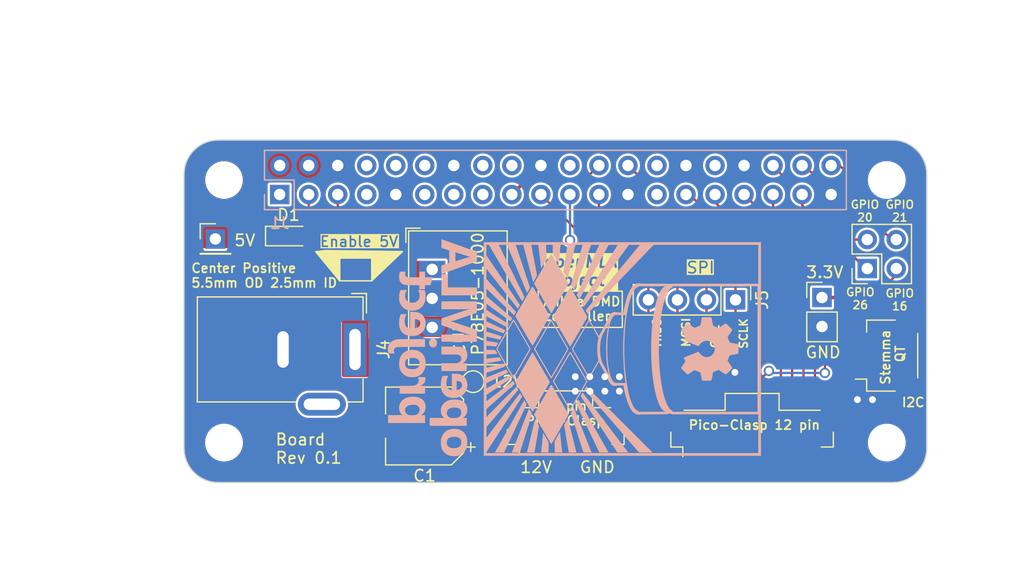
<source format=kicad_pcb>
(kicad_pcb (version 20221018) (generator pcbnew)
  (title_block (date "15 nov 2012"))
  (layers (0 "F.Cu" signal) (31 "B.Cu" signal) (34 "B.Paste" user) (35 "F.Paste" user) (36 "B.SilkS" user "B.Silkscreen") (37 "F.SilkS" user "F.Silkscreen") (38 "B.Mask" user) (39 "F.Mask" user) (44 "Edge.Cuts" user))
  (net 0 "")
  (net 1 "GND")
  (net 2 "SDA")
  (net 3 "SCL")
  (net 4 "/GPIO4{slash}GPCLK0")
  (net 5 "/GPIO14{slash}TXD0")
  (net 6 "/GPIO15{slash}RXD0")
  (net 7 "/GPIO17")
  (net 8 "/GPIO18{slash}PCM.CLK")
  (net 9 "/GPIO27")
  (net 10 "/GPIO22")
  (net 11 "/GPIO23")
  (net 12 "/GPIO26")
  (net 13 "/GPIO24")
  (net 14 "MOSI")
  (net 15 "MISO")
  (net 16 "CSZ")
  (net 17 "SCLK")
  (net 18 "/GPIO25")
  (net 19 "/ID_SDA")
  (net 20 "/ID_SCL")
  (net 21 "/GPIO12{slash}PWM0")
  (net 22 "/GPIO16")
  (net 23 "/GPIO20{slash}PCM.DIN")
  (net 24 "/GPIO21{slash}PCM.DOUT")
  (net 25 "+5V")
  (net 26 "+3V3")
  (net 27 "HOST_IRQ")
  (net 28 "PRINT")
  (net 29 "SYS_RDY")
  (net 30 "PROJ_ON")
  (net 31 "SPI_RDY")
  (net 32 "/5V_raw")
  (net 33 "+12V")
  (net 34 "Net-(JP2-B)")
  (footprint "TestPoint:TestPoint_Pad_D1.5mm" (layer "F.Cu") (at 125.2984 91.1608)
    (fp_text reference "TP1" hide)
    (fp_text value "TestPoint")
    (pad "1" smd circle (at 0 0) (size 1.5 1.5) (layers "F.Cu" "F.Mask") (net 33 "+12V"))
  )
  (footprint "MountingHole:MountingHole_2.7mm_M2.5" (layer "F.Cu") (at 161.5 73.5)
    (fp_text reference "MH2" hide)
    (fp_text value "MountingHole_2.7mm_M2.5" hide)
    (pad "" np_thru_hole circle locked (at 0 0) (size 2.7 2.7) (drill 2.7) (layers "F&B.Cu" "*.Mask") (clearance 0.3))
  )
  (footprint "Connector_PinHeader_2.54mm:PinHeader_1x02_P2.54mm_Vertical" (layer "F.Cu") (at 155.8292 83.7948)
    (fp_text reference "J7" hide)
    (fp_text value "Conn_01x02_Pin")
    (pad "1" thru_hole rect (at 0 0) (size 1.7 1.7) (drill 1) (layers "*.Cu" "*.Mask") (net 26 "+3V3"))
    (pad "2" thru_hole oval (at 0 2.54) (size 1.7 1.7) (drill 1) (layers "*.Cu" "*.Mask") (net 1 "GND"))
  )
  (footprint "Connector_JST:JST_SH_SM04B-SRSS-TB_1x04-1MP_P1.00mm_Horizontal" (layer "F.Cu") (at 161.5234 88.8808 90)
    (fp_text reference "J8" hide)
    (fp_text value "Conn_01x04_Pin")
    (pad "1" smd roundrect (at -1.5 -2 90) (size 0.6 1.55) (layers "F.Cu" "F.Paste" "F.Mask") (net 1 "GND"))
    (pad "2" smd roundrect (at -0.5 -2 90) (size 0.6 1.55) (layers "F.Cu" "F.Paste" "F.Mask") (net 26 "+3V3"))
    (pad "3" smd roundrect (at 0.5 -2 90) (size 0.6 1.55) (layers "F.Cu" "F.Paste" "F.Mask") (net 2 "SDA"))
    (pad "4" smd roundrect (at 1.5 -2 90) (size 0.6 1.55) (layers "F.Cu" "F.Paste" "F.Mask") (net 3 "SCL"))
    (pad "MP" smd roundrect (at -2.8 1.875 90) (size 1.2 1.8) (layers "F.Cu" "F.Paste" "F.Mask") (roundrect_rratio 0.208333))
    (pad "MP" smd roundrect (at 2.8 1.875 90) (size 1.2 1.8) (layers "F.Cu" "F.Paste" "F.Mask") (roundrect_rratio 0.208333))
  )
  (footprint "Connector_PinHeader_2.54mm:PinHeader_1x01_P2.54mm_Vertical" (layer "F.Cu") (at 102.7432 78.664)
    (fp_text reference "J9" hide)
    (fp_text value "Conn_01x01_Pin")
    (pad "1" thru_hole rect (at 0 0) (size 1.7 1.7) (drill 1) (layers "*.Cu" "*.Mask") (net 25 "+5V"))
  )
  (footprint "Connector_Molex:Molex_Pico-Clasp_501331-1207_1x12-1MP_P1.00mm_Vertical" (layer "F.Cu") (at 149.712 95.627)
    (fp_text reference "J2" hide)
    (fp_text value "Conn_01x12_Pin")
    (pad "1" smd roundrect (at -5.5 1.325) (size 0.6 1.55) (layers "F.Cu" "F.Paste" "F.Mask") (net 15 "MISO"))
    (pad "2" smd roundrect (at -4.5 1.325) (size 0.6 1.55) (layers "F.Cu" "F.Paste" "F.Mask") (net 14 "MOSI"))
    (pad "3" smd roundrect (at -3.5 1.325) (size 0.6 1.55) (layers "F.Cu" "F.Paste" "F.Mask") (net 16 "CSZ"))
    (pad "4" smd roundrect (at -2.5 1.325) (size 0.6 1.55) (layers "F.Cu" "F.Paste" "F.Mask") (net 17 "SCLK"))
    (pad "5" smd roundrect (at -1.5 1.325) (size 0.6 1.55) (layers "F.Cu" "F.Paste" "F.Mask") (net 1 "GND"))
    (pad "6" smd roundrect (at -0.5 1.325) (size 0.6 1.55) (layers "F.Cu" "F.Paste" "F.Mask") (net 31 "SPI_RDY"))
    (pad "7" smd roundrect (at 0.5 1.325) (size 0.6 1.55) (layers "F.Cu" "F.Paste" "F.Mask") (net 3 "SCL"))
    (pad "8" smd roundrect (at 1.5 1.325) (size 0.6 1.55) (layers "F.Cu" "F.Paste" "F.Mask") (net 2 "SDA"))
    (pad "9" smd roundrect (at 2.5 1.325) (size 0.6 1.55) (layers "F.Cu" "F.Paste" "F.Mask") (net 30 "PROJ_ON"))
    (pad "10" smd roundrect (at 3.5 1.325) (size 0.6 1.55) (layers "F.Cu" "F.Paste" "F.Mask") (net 29 "SYS_RDY"))
    (pad "11" smd roundrect (at 4.5 1.325) (size 0.6 1.55) (layers "F.Cu" "F.Paste" "F.Mask") (net 28 "PRINT"))
    (pad "12" smd roundrect (at 5.5 1.325) (size 0.6 1.55) (layers "F.Cu" "F.Paste" "F.Mask") (net 27 "HOST_IRQ"))
    (pad "MP" smd roundrect (at -6.8 -1.2) (size 1.2 1.8) (layers "F.Cu" "F.Paste" "F.Mask") (roundrect_rratio 0.208333))
    (pad "MP" smd roundrect (at 6.8 -1.2) (size 1.2 1.8) (layers "F.Cu" "F.Paste" "F.Mask") (roundrect_rratio 0.208333))
  )
  (footprint "Converter_DCDC:Converter_DCDC_RECOM_R-78E-0.5_THT" (layer "F.Cu") (at 121.717 81.331 -90)
    (fp_text reference "U2" hide)
    (fp_text value "CUI P78E05-1000")
    (pad "1" thru_hole rect (at 0 0 270) (size 1.5 2.3) (drill 1) (layers "*.Cu" "*.Mask") (net 34 "Net-(JP2-B)"))
    (pad "2" thru_hole oval (at 2.54 0 270) (size 1.5 2.3) (drill 1) (layers "*.Cu" "*.Mask") (net 1 "GND"))
    (pad "3" thru_hole oval (at 5.08 0 270) (size 1.5 2.3) (drill 1) (layers "*.Cu" "*.Mask") (net 32 "/5V_raw"))
  )
  (footprint "MountingHole:MountingHole_2.7mm_M2.5" (layer "F.Cu") (at 103.5 96.5)
    (fp_text reference "MH3" hide)
    (fp_text value "MountingHole_2.7mm_M2.5" hide)
    (pad "" np_thru_hole circle locked (at 0 0) (size 2.7 2.7) (drill 2.7) (layers "F&B.Cu" "*.Mask") (clearance 0.3))
  )
  (footprint "MountingHole:MountingHole_2.7mm_M2.5" (layer "F.Cu") (at 103.5 73.5)
    (fp_text reference "MH1" hide)
    (fp_text value "MountingHole_2.7mm_M2.5" hide)
    (pad "" np_thru_hole circle locked (at 0 0) (size 2.7 2.7) (drill 2.7) (layers "F&B.Cu" "*.Mask") (clearance 0.3))
  )
  (footprint "Diode_SMD:D_SOD-323_HandSoldering" (layer "F.Cu") (at 109.144 78.41)
    (fp_text reference "D1" (at 0 -1.85) (layer "F.SilkS"))
    (fp_text value "D_Schottky")
    (pad "1" smd roundrect (at -1.25 0) (size 1 1) (layers "F.Cu" "F.Paste" "F.Mask") (net 25 "+5V"))
    (pad "2" smd roundrect (at 1.25 0) (size 1 1) (layers "F.Cu" "F.Paste" "F.Mask") (net 32 "/5V_raw"))
  )
  (footprint "Connector_BarrelJack:BarrelJack_GCT_DCJ200-10-A_Horizontal" (layer "F.Cu") (at 114.965 88.342 -90)
    (fp_text reference "J4" (at 0 -2.5 90) (layer "F.SilkS"))
    (fp_text value "Barrel_Jack")
    (pad "1" thru_hole rect (at 0 0 270) (size 4.6 2) (drill oval 3.6 1) (layers "*.Cu" "*.Mask") (net 33 "+12V"))
    (pad "2" thru_hole oval (at 0 6.3 270) (size 4.2 2) (drill oval 3.2 1) (layers "*.Cu" "*.Mask") (net 1 "GND"))
    (pad "3" thru_hole oval (at 4.8 2.9 270) (size 2 4.2) (drill oval 1 3.2) (layers "*.Cu" "*.Mask"))
  )
  (footprint "Jumper:SolderJumper-2_P1.3mm_Open_TrianglePad1.0x1.5mm" (layer "F.Cu") (at 115.023 81.331)
    (fp_text reference "JP2" hide)
    (fp_text value "SolderJumper_2_Bridged")
    (pad "1" smd custom (at -0.725 0) (size 0.3 0.3) (layers "F.Cu" "F.Mask") (net 33 "+12V") (options (clearance outline) (anchor rect)) (primitives (gr_poly (pts (xy 1 0) (xy 0.5 0.75) (xy -0.5 0.75) (xy -0.5 -0.75) (xy 0.5 -0.75)) (width 0) (fill yes))))
    (pad "2" smd custom (at 0.725 0) (size 0.3 0.3) (layers "F.Cu" "F.Mask") (net 34 "Net-(JP2-B)") (options (clearance outline) (anchor rect)) (primitives (gr_poly (pts (xy 0.5 0.75) (xy -0.65 0.75) (xy -0.15 0) (xy -0.65 -0.75) (xy 0.5 -0.75)) (width 0) (fill yes))))
  )
  (footprint "MountingHole:MountingHole_2.7mm_M2.5" (layer "F.Cu") (at 161.5 96.5)
    (fp_text reference "MH4" hide)
    (fp_text value "MountingHole_2.7mm_M2.5" hide)
    (pad "" np_thru_hole circle locked (at 0 0) (size 2.7 2.7) (drill 2.7) (layers "F&B.Cu" "*.Mask") (clearance 0.3))
  )
  (footprint "Connector_PinHeader_2.54mm:PinHeader_1x04_P2.54mm_Vertical" (layer "F.Cu") (at 148.26 83.998 -90)
    (fp_text reference "J5" (at 0 -2.33 90) (layer "F.SilkS"))
    (fp_text value "Conn_01x04_Pin")
    (pad "1" thru_hole rect (at 0 0 270) (size 1.7 1.7) (drill 1) (layers "*.Cu" "*.Mask") (net 17 "SCLK"))
    (pad "2" thru_hole oval (at 0 2.54 270) (size 1.7 1.7) (drill 1) (layers "*.Cu" "*.Mask") (net 16 "CSZ"))
    (pad "3" thru_hole oval (at 0 5.08 270) (size 1.7 1.7) (drill 1) (layers "*.Cu" "*.Mask") (net 14 "MOSI"))
    (pad "4" thru_hole oval (at 0 7.62 270) (size 1.7 1.7) (drill 1) (layers "*.Cu" "*.Mask") (net 15 "MISO"))
  )
  (footprint "Connector_Molex:Molex_Pico-Clasp_501331-0807_1x08-1MP_P1.00mm_Vertical" (layer "F.Cu") (at 133.401 95.403)
    (fp_text reference "J3" hide)
    (fp_text value "Conn_01x08_Pin")
    (pad "1" smd roundrect (at -3.5 1.325) (size 0.6 1.55) (layers "F.Cu" "F.Paste" "F.Mask") (net 33 "+12V"))
    (pad "2" smd roundrect (at -2.5 1.325) (size 0.6 1.55) (layers "F.Cu" "F.Paste" "F.Mask") (net 33 "+12V"))
    (pad "3" smd roundrect (at -1.5 1.325) (size 0.6 1.55) (layers "F.Cu" "F.Paste" "F.Mask") (net 33 "+12V"))
    (pad "4" smd roundrect (at -0.5 1.325) (size 0.6 1.55) (layers "F.Cu" "F.Paste" "F.Mask") (net 33 "+12V"))
    (pad "5" smd roundrect (at 0.5 1.325) (size 0.6 1.55) (layers "F.Cu" "F.Paste" "F.Mask") (net 1 "GND"))
    (pad "6" smd roundrect (at 1.5 1.325) (size 0.6 1.55) (layers "F.Cu" "F.Paste" "F.Mask") (net 1 "GND"))
    (pad "7" smd roundrect (at 2.5 1.325) (size 0.6 1.55) (layers "F.Cu" "F.Paste" "F.Mask") (net 1 "GND"))
    (pad "8" smd roundrect (at 3.5 1.325) (size 0.6 1.55) (layers "F.Cu" "F.Paste" "F.Mask") (net 1 "GND"))
    (pad "MP" smd roundrect (at -4.8 -1.2) (size 1.2 1.8) (layers "F.Cu" "F.Paste" "F.Mask") (roundrect_rratio 0.208333))
    (pad "MP" smd roundrect (at 4.8 -1.2) (size 1.2 1.8) (layers "F.Cu" "F.Paste" "F.Mask") (roundrect_rratio 0.208333))
  )
  (footprint "Capacitor_SMD:CP_Elec_6.3x7.7" (layer "F.Cu") (at 121.049 95.047 180)
    (fp_text reference "C1" (at 0 -4.35) (layer "F.SilkS"))
    (fp_text value "100uF")
    (pad "1" smd roundrect (at -2.7 0 180) (size 3.5 1.6) (layers "F.Cu" "F.Paste" "F.Mask") (roundrect_rratio 0.15625) (net 33 "+12V"))
    (pad "2" smd roundrect (at 2.7 0 180) (size 3.5 1.6) (layers "F.Cu" "F.Paste" "F.Mask") (roundrect_rratio 0.15625) (net 1 "GND"))
  )
  (footprint "Connector_PinHeader_2.54mm:PinHeader_2x02_P2.54mm_Vertical" (layer "F.Cu") (at 159.7916 81.2548 90)
    (fp_text reference "J6" hide)
    (fp_text value "Conn_01x04_Pin")
    (pad "1" thru_hole rect (at 0 0 90) (size 1.7 1.7) (drill 1) (layers "*.Cu" "*.Mask") (net 12 "/GPIO26"))
    (pad "2" thru_hole oval (at 2.54 0 90) (size 1.7 1.7) (drill 1) (layers "*.Cu" "*.Mask") (net 23 "/GPIO20{slash}PCM.DIN"))
    (pad "3" thru_hole oval (at 0 2.54 90) (size 1.7 1.7) (drill 1) (layers "*.Cu" "*.Mask") (net 22 "/GPIO16"))
    (pad "4" thru_hole oval (at 2.54 2.54 90) (size 1.7 1.7) (drill 1) (layers "*.Cu" "*.Mask") (net 24 "/GPIO21{slash}PCM.DOUT"))
  )
  (footprint "Connector_PinSocket_2.54mm:PinSocket_2x20_P2.54mm_Vertical" (layer "B.Cu") (at 108.37 74.77 -90)
    (fp_text reference "J1" (at 2.5 0) (layer "B.SilkS") (effects (justify mirror)))
    (fp_text value "GPIO")
    (pad "1" thru_hole rect (at 0 0 270) (size 1.7 1.7) (drill 1) (layers "*.Cu" "*.Mask") (net 26 "+3V3"))
    (pad "2" thru_hole oval (at -2.54 0 270) (size 1.7 1.7) (drill 1) (layers "*.Cu" "*.Mask") (net 25 "+5V"))
    (pad "3" thru_hole oval (at 0 -2.54 270) (size 1.7 1.7) (drill 1) (layers "*.Cu" "*.Mask") (net 2 "SDA"))
    (pad "4" thru_hole oval (at -2.54 -2.54 270) (size 1.7 1.7) (drill 1) (layers "*.Cu" "*.Mask") (net 25 "+5V"))
    (pad "5" thru_hole oval (at 0 -5.08 270) (size 1.7 1.7) (drill 1) (layers "*.Cu" "*.Mask") (net 3 "SCL"))
    (pad "6" thru_hole oval (at -2.54 -5.08 270) (size 1.7 1.7) (drill 1) (layers "*.Cu" "*.Mask") (net 1 "GND"))
    (pad "7" thru_hole oval (at 0 -7.62 270) (size 1.7 1.7) (drill 1) (layers "*.Cu" "*.Mask") (net 4 "/GPIO4{slash}GPCLK0"))
    (pad "8" thru_hole oval (at -2.54 -7.62 270) (size 1.7 1.7) (drill 1) (layers "*.Cu" "*.Mask") (net 5 "/GPIO14{slash}TXD0"))
    (pad "9" thru_hole oval (at 0 -10.16 270) (size 1.7 1.7) (drill 1) (layers "*.Cu" "*.Mask") (net 1 "GND"))
    (pad "10" thru_hole oval (at -2.54 -10.16 270) (size 1.7 1.7) (drill 1) (layers "*.Cu" "*.Mask") (net 6 "/GPIO15{slash}RXD0"))
    (pad "11" thru_hole oval (at 0 -12.7 270) (size 1.7 1.7) (drill 1) (layers "*.Cu" "*.Mask") (net 7 "/GPIO17"))
    (pad "12" thru_hole oval (at -2.54 -12.7 270) (size 1.7 1.7) (drill 1) (layers "*.Cu" "*.Mask") (net 8 "/GPIO18{slash}PCM.CLK"))
    (pad "13" thru_hole oval (at 0 -15.24 270) (size 1.7 1.7) (drill 1) (layers "*.Cu" "*.Mask") (net 9 "/GPIO27"))
    (pad "14" thru_hole oval (at -2.54 -15.24 270) (size 1.7 1.7) (drill 1) (layers "*.Cu" "*.Mask") (net 1 "GND"))
    (pad "15" thru_hole oval (at 0 -17.78 270) (size 1.7 1.7) (drill 1) (layers "*.Cu" "*.Mask") (net 10 "/GPIO22"))
    (pad "16" thru_hole oval (at -2.54 -17.78 270) (size 1.7 1.7) (drill 1) (layers "*.Cu" "*.Mask") (net 11 "/GPIO23"))
    (pad "17" thru_hole oval (at 0 -20.32 270) (size 1.7 1.7) (drill 1) (layers "*.Cu" "*.Mask") (net 26 "+3V3"))
    (pad "18" thru_hole oval (at -2.54 -20.32 270) (size 1.7 1.7) (drill 1) (layers "*.Cu" "*.Mask") (net 13 "/GPIO24"))
    (pad "19" thru_hole oval (at 0 -22.86 270) (size 1.7 1.7) (drill 1) (layers "*.Cu" "*.Mask") (net 14 "MOSI"))
    (pad "20" thru_hole oval (at -2.54 -22.86 270) (size 1.7 1.7) (drill 1) (layers "*.Cu" "*.Mask") (net 1 "GND"))
    (pad "21" thru_hole oval (at 0 -25.4 270) (size 1.7 1.7) (drill 1) (layers "*.Cu" "*.Mask") (net 15 "MISO"))
    (pad "22" thru_hole oval (at -2.54 -25.4 270) (size 1.7 1.7) (drill 1) (layers "*.Cu" "*.Mask") (net 18 "/GPIO25"))
    (pad "23" thru_hole oval (at 0 -27.94 270) (size 1.7 1.7) (drill 1) (layers "*.Cu" "*.Mask") (net 17 "SCLK"))
    (pad "24" thru_hole oval (at -2.54 -27.94 270) (size 1.7 1.7) (drill 1) (layers "*.Cu" "*.Mask") (net 16 "CSZ"))
    (pad "25" thru_hole oval (at 0 -30.48 270) (size 1.7 1.7) (drill 1) (layers "*.Cu" "*.Mask") (net 1 "GND"))
    (pad "26" thru_hole oval (at -2.54 -30.48 270) (size 1.7 1.7) (drill 1) (layers "*.Cu" "*.Mask") (net 31 "SPI_RDY"))
    (pad "27" thru_hole oval (at 0 -33.02 270) (size 1.7 1.7) (drill 1) (layers "*.Cu" "*.Mask") (net 19 "/ID_SDA"))
    (pad "28" thru_hole oval (at -2.54 -33.02 270) (size 1.7 1.7) (drill 1) (layers "*.Cu" "*.Mask") (net 20 "/ID_SCL"))
    (pad "29" thru_hole oval (at 0 -35.56 270) (size 1.7 1.7) (drill 1) (layers "*.Cu" "*.Mask") (net 30 "PROJ_ON"))
    (pad "30" thru_hole oval (at -2.54 -35.56 270) (size 1.7 1.7) (drill 1) (layers "*.Cu" "*.Mask") (net 1 "GND"))
    (pad "31" thru_hole oval (at 0 -38.1 270) (size 1.7 1.7) (drill 1) (layers "*.Cu" "*.Mask") (net 29 "SYS_RDY"))
    (pad "32" thru_hole oval (at -2.54 -38.1 270) (size 1.7 1.7) (drill 1) (layers "*.Cu" "*.Mask") (net 21 "/GPIO12{slash}PWM0"))
    (pad "33" thru_hole oval (at 0 -40.64 270) (size 1.7 1.7) (drill 1) (layers "*.Cu" "*.Mask") (net 28 "PRINT"))
    (pad "34" thru_hole oval (at -2.54 -40.64 270) (size 1.7 1.7) (drill 1) (layers "*.Cu" "*.Mask") (net 1 "GND"))
    (pad "35" thru_hole oval (at 0 -43.18 270) (size 1.7 1.7) (drill 1) (layers "*.Cu" "*.Mask") (net 27 "HOST_IRQ"))
    (pad "36" thru_hole oval (at -2.54 -43.18 270) (size 1.7 1.7) (drill 1) (layers "*.Cu" "*.Mask") (net 22 "/GPIO16"))
    (pad "37" thru_hole oval (at 0 -45.72 270) (size 1.7 1.7) (drill 1) (layers "*.Cu" "*.Mask") (net 12 "/GPIO26"))
    (pad "38" thru_hole oval (at -2.54 -45.72 270) (size 1.7 1.7) (drill 1) (layers "*.Cu" "*.Mask") (net 23 "/GPIO20{slash}PCM.DIN"))
    (pad "39" thru_hole oval (at 0 -48.26 270) (size 1.7 1.7) (drill 1) (layers "*.Cu" "*.Mask") (net 1 "GND"))
    (pad "40" thru_hole oval (at -2.54 -48.26 270) (size 1.7 1.7) (drill 1) (layers "*.Cu" "*.Mask") (net 24 "/GPIO21{slash}PCM.DOUT"))
  )
  (footprint "board-assets:openmla-logo" (layer "B.Cu") (at 133.981076 88.384939 90)
    (fp_text reference "G***" hide)
    (fp_text value "LOGO" hide)
  )
  (gr_rect (start 130.988 83.236) (end 138.354 86.411) (stroke (width 0.12)) (fill none) (layer "F.SilkS"))
  (gr_poly (pts (xy 111.517448 79.776218) (xy 113.623 82.331) (xy 113.623 80.331) (xy 116.423 80.331) (xy 116.423 82.331) (xy 119.119941 79.768837) (xy 112.3952 79.68)) (stroke (width 0.12)) (fill solid) (layer "F.SilkS"))
  (gr_arc (start 162 70) (mid 164.12132 70.87868) (end 165 73) (stroke (width 0.1)) (layer "Edge.Cuts"))
  (gr_line (start 165 97) (end 165 73) (stroke (width 0.1)) (layer "Edge.Cuts"))
  (gr_line (start 100 73) (end 100 97) (stroke (width 0.1)) (layer "Edge.Cuts"))
  (gr_arc (start 103 100) (mid 100.87868 99.12132) (end 100 97) (stroke (width 0.1)) (layer "Edge.Cuts"))
  (gr_line (start 103 100) (end 162 100) (stroke (width 0.1)) (layer "Edge.Cuts"))
  (gr_arc (start 165 97) (mid 164.12132 99.12132) (end 162 100) (stroke (width 0.1)) (layer "Edge.Cuts"))
  (gr_arc (start 100 73) (mid 100.87868 70.87868) (end 103 70) (stroke (width 0.1)) (layer "Edge.Cuts"))
  (gr_line (start 162 70) (end 103 70) (stroke (width 0.1)) (layer "Edge.Cuts"))
  (gr_text "12V" (at 126.797 91.745) (layer "F.SilkS") (effects (font (size 1 1)) (justify left bottom)))
  (gr_text "5V" (at 104.318 79.3752) (layer "F.SilkS") (effects (font (size 1 1)) (justify left bottom)))
  (gr_text "SPI" (at 143.8912 81.7628) (layer "F.SilkS" knockout) (effects (font (size 1 1)) (justify left bottom)))
  (gr_text "Enable 5V" (at 111.811 79.426) (layer "F.SilkS" knockout) (effects (font (size 0.9 0.9)) (justify left bottom)))
  (gr_text "Stemma \nQT" (at 163.1444 88.7224 90) (layer "F.SilkS") (effects (font (size 0.8 0.8)) (justify bottom)))
  (gr_text "openMLA\nProject" (at 131.369 82.855) (layer "F.SilkS" knockout) (effects (font (size 1 1) (thickness 0.2) bold italic) (justify left bottom)))
  (gr_text "3.3V" (at 154.356 82.1692) (layer "F.SilkS") (effects (font (size 1 1)) (justify left bottom)))
  (gr_text "Pico-Clasp 12 pin" (at 149.911 95.428) (layer "F.SilkS") (effects (font (size 0.8 0.8)) (justify bottom)))
  (gr_text "8 pin\nPico-Clasp " (at 133.655 95.047) (layer "F.SilkS") (effects (font (size 0.8 0.8)) (justify bottom)))
  (gr_text "I2C" (at 163.8048 93.4468) (layer "F.SilkS") (effects (font (size 0.8 0.8)) (justify bottom)))
  (gr_text "GPIO\n20\n" (at 159.5884 77.1908) (layer "F.SilkS") (effects (font (size 0.7 0.7) (thickness 0.13) bold) (justify bottom)))
  (gr_text "SCLK" (at 149.3776 88.3668 90) (layer "F.SilkS") (effects (font (size 0.7 0.7)) (justify left bottom)))
  (gr_text "Anhua DMD\ncontroller" (at 131.369 85.903) (layer "F.SilkS") (effects (font (size 0.8 0.8)) (justify left bottom)))
  (gr_text "GPIO\n21" (at 162.6364 77.1908) (layer "F.SilkS") (effects (font (size 0.7 0.7) (thickness 0.13) bold) (justify bottom)))
  (gr_text "GPIO\n26\n" (at 159.182 84.8616) (layer "F.SilkS") (effects (font (size 0.7 0.7) (thickness 0.13) bold) (justify bottom)))
  (gr_text "Center Positive\n5.5mm OD 2.5mm ID" (at 100.5588 82.982) (layer "F.SilkS") (effects (font (size 0.8 0.8)) (justify left bottom)))
  (gr_text "Board\nRev 0.1" (at 107.9248 98.4252) (layer "F.SilkS") (effects (font (size 1 1)) (justify left bottom)))
  (gr_text "GND\n" (at 134.544 99.238) (layer "F.SilkS") (effects (font (size 1 1)) (justify left bottom)))
  (gr_text "CSZ" (at 146.8884 88.316 90) (layer "F.SilkS") (effects (font (size 0.7 0.7)) (justify left bottom)))
  (gr_text "12V" (at 129.337 99.238) (layer "F.SilkS") (effects (font (size 1 1)) (justify left bottom)))
  (gr_text "GPIO\n16" (at 162.6364 84.9632) (layer "F.SilkS") (effects (font (size 0.7 0.7) (thickness 0.13) bold) (justify bottom)))
  (gr_text "CUI \nP78E05-1000" (at 126.289 88.951 90) (layer "F.SilkS") (effects (font (size 1 1)) (justify left bottom)))
  (gr_text "MOSI\n" (at 144.3484 88.2144 90) (layer "F.SilkS") (effects (font (size 0.7 0.7)) (justify left bottom)))
  (gr_text "GND\n" (at 154.3052 89.1796) (layer "F.SilkS") (effects (font (size 1 1)) (justify left bottom)))
  (gr_text "MISO" (at 141.8084 88.2144 90) (layer "F.SilkS") (effects (font (size 0.7 0.7)) (justify left bottom)))
  (segment (start 158.928 91.2116) (end 158.928 92.7356) (width 0.3) (layer "F.Cu") (net 1))
  (segment (start 148.2092 90.348) (end 148.2092 96.9492) (width 0.3) (layer "F.Cu") (net 1))
  (segment (start 160.2488 91.1062) (end 160.2488 92.7356) (width 0.3) (layer "F.Cu") (net 1))
  (segment (start 148.2092 96.9492) (end 148.212 96.952) (width 0.3) (layer "F.Cu") (net 1))
  (segment (start 159.5234 90.3808) (end 158.928 91.2116) (width 0.3) (layer "F.Cu") (net 1))
  (segment (start 159.5234 90.3808) (end 160.2488 91.1062) (width 0.3) (layer "F.Cu") (net 1))
  (via (at 148.2092 90.348) (size 0.9) (drill 0.6) (layers "F.Cu" "B.Cu") (net 1))
  (via (at 138.1 90.729) (size 0.9) (drill 0.6) (layers "F.Cu" "B.Cu") (net 1))
  (via (at 136.83 91.999) (size 0.9) (drill 0.6) (layers "F.Cu" "B.Cu") (net 1))
  (via (at 135.5092 90.729) (size 0.9) (drill 0.6) (layers "F.Cu" "B.Cu") (net 1))
  (via (at 158.928 92.7356) (size 0.9) (drill 0.6) (layers "F.Cu" "B.Cu") (net 1))
  (via (at 160.2488 92.7356) (size 0.9) (drill 0.6) (layers "F.Cu" "B.Cu") (net 1))
  (via (at 135.5092 91.999) (size 0.9) (drill 0.6) (layers "F.Cu" "B.Cu") (net 1))
  (via (at 138.1 91.999) (size 0.9) (drill 0.6) (layers "F.Cu" "B.Cu") (net 1))
  (via (at 134.2392 91.999) (size 0.9) (drill 0.6) (layers "F.Cu" "B.Cu") (net 1))
  (via (at 136.83 90.729) (size 0.9) (drill 0.6) (layers "F.Cu" "B.Cu") (net 1))
  (via (at 134.2392 90.729) (size 0.9) (drill 0.6) (layers "F.Cu" "B.Cu") (net 1))
  (segment (start 143.053 99.238) (end 150.038 99.238) (width 0.2) (layer "F.Cu") (net 2))
  (segment (start 110.91 76.366) (end 111.5824 77.0384) (width 0.2) (layer "F.Cu") (net 2))
  (segment (start 140.0812 88.9002) (end 140.0812 96.2662) (width 0.2) (layer "F.Cu") (net 2))
  (segment (start 140.0812 96.2662) (end 143.053 99.238) (width 0.2) (layer "F.Cu") (net 2))
  (segment (start 158.6232 88.3668) (end 157.7088 89.2812) (width 0.2) (layer "F.Cu") (net 2))
  (segment (start 157.7088 89.2812) (end 157.7088 97.6632) (width 0.2) (layer "F.Cu") (net 2))
  (segment (start 157.7088 97.6632) (end 156.134 99.238) (width 0.2) (layer "F.Cu") (net 2))
  (segment (start 151.181 98.095) (end 151.181 96.983) (width 0.2) (layer "F.Cu") (net 2))
  (segment (start 110.91 74.77) (end 110.91 76.366) (width 0.2) (layer "F.Cu") (net 2))
  (segment (start 150.038 99.238) (end 151.181 98.095) (width 0.2) (layer "F.Cu") (net 2))
  (segment (start 128.2194 77.0384) (end 140.0812 88.9002) (width 0.2) (layer "F.Cu") (net 2))
  (segment (start 151.181 96.983) (end 151.212 96.952) (width 0.2) (layer "F.Cu") (net 2))
  (segment (start 159.5234 88.3808) (end 158.6232 88.3668) (width 0.2) (layer "F.Cu") (net 2))
  (segment (start 111.5824 77.0384) (end 128.2194 77.0384) (width 0.2) (layer "F.Cu") (net 2))
  (segment (start 150.038 99.238) (end 156.134 99.238) (width 0.2) (layer "F.Cu") (net 2))
  (segment (start 140.7416 88.4176) (end 140.7416 96.0376) (width 0.2) (layer "F.Cu") (net 3))
  (segment (start 150.292 98.095) (end 150.292 97.032) (width 0.2) (layer "F.Cu") (net 3))
  (segment (start 156.0832 90.3988) (end 156.0832 89.5352) (width 0.2) (layer "F.Cu") (net 3))
  (segment (start 113.45 74.77) (end 113.45 75.7564) (width 0.2) (layer "F.Cu") (net 3))
  (segment (start 113.45 75.7564) (end 114.0716 76.378) (width 0.2) (layer "F.Cu") (net 3))
  (segment (start 143.307 98.603) (end 149.784 98.603) (width 0.2) (layer "F.Cu") (net 3))
  (segment (start 151.181 90.221) (end 150.212 91.19) (width 0.2) (layer "F.Cu") (net 3))
  (segment (start 158.2376 87.3808) (end 159.5234 87.3808) (width 0.2) (layer "F.Cu") (net 3))
  (segment (start 114.0716 76.378) (end 128.702 76.378) (width 0.2) (layer "F.Cu") (net 3))
  (segment (start 149.784 98.603) (end 150.292 98.095) (width 0.2) (layer "F.Cu") (net 3))
  (segment (start 140.7416 96.0376) (end 143.307 98.603) (width 0.2) (layer "F.Cu") (net 3))
  (segment (start 156.0832 89.5352) (end 158.2376 87.3808) (width 0.2) (layer "F.Cu") (net 3))
  (segment (start 150.212 91.19) (end 150.212 96.952) (width 0.2) (layer "F.Cu") (net 3))
  (segment (start 128.702 76.378) (end 140.7416 88.4176) (width 0.2) (layer "F.Cu") (net 3))
  (segment (start 150.292 97.032) (end 150.212 96.952) (width 0.2) (layer "F.Cu") (net 3))
  (via (at 151.181 90.221) (size 0.9) (drill 0.6) (layers "F.Cu" "B.Cu") (net 3))
  (via (at 156.0832 90.3988) (size 0.9) (drill 0.6) (layers "F.Cu" "B.Cu") (net 3))
  (segment (start 151.3588 90.3988) (end 156.0832 90.3988) (width 0.2) (layer "B.Cu") (net 3))
  (segment (start 151.181 90.221) (end 151.3588 90.3988) (width 0.2) (layer "B.Cu") (net 3))
  (segment (start 154.09 74.77) (end 154.09 75.7056) (width 0.2) (layer "F.Cu") (net 12))
  (segment (start 154.09 75.7056) (end 159.6392 81.2548) (width 0.2) (layer "F.Cu") (net 12))
  (segment (start 159.6392 81.2548) (end 159.7916 81.2548) (width 0.2) (layer "F.Cu") (net 12))
  (segment (start 145.226 88.620286) (end 145.226 96.938) (width 0.2) (layer "F.Cu") (net 14))
  (segment (start 135.9368 79.4768) (end 141.8338 79.4768) (width 0.2) (layer "F.Cu") (net 14))
  (segment (start 143.18 80.823) (end 143.18 86.574286) (width 0.2) (layer "F.Cu") (net 14))
  (segment (start 131.23 74.77) (end 135.9368 79.4768) (width 0.2) (layer "F.Cu") (net 14))
  (segment (start 143.18 86.574286) (end 145.226 88.620286) (width 0.2) (layer "F.Cu") (net 14))
  (segment (start 141.8338 79.4768) (end 143.18 80.823) (width 0.2) (layer "F.Cu") (net 14))
  (segment (start 145.226 96.938) (end 145.212 96.952) (width 0.2) (layer "F.Cu") (net 14))
  (segment (start 133.782 78.8672) (end 135.306 80.3912) (width 0.2) (layer "F.Cu") (net 15))
  (segment (start 133.782 78.7656) (end 133.782 78.8672) (width 0.2) (layer "F.Cu") (net 15))
  (segment (start 140.2336 80.3912) (end 140.64 80.7976) (width 0.2) (layer "F.Cu") (net 15))
  (segment (start 135.306 80.3912) (end 140.2336 80.3912) (width 0.2) (layer "F.Cu") (net 15))
  (segment (start 140.64 86.4872) (end 144.212 90.0592) (width 0.2) (layer "F.Cu") (net 15))
  (segment (start 140.64 80.7976) (end 140.64 86.4872) (width 0.2) (layer "F.Cu") (net 15))
  (segment (start 144.212 90.0592) (end 144.212 96.952) (width 0.2) (layer "F.Cu") (net 15))
  (via (at 133.782 78.7656) (size 0.9) (drill 0.6) (layers "F.Cu" "B.Cu") (net 15))
  (segment (start 133.77 74.77) (end 133.782 78.7656) (width 0.2) (layer "B.Cu") (net 15))
  (segment (start 143.2816 78.5116) (end 145.72 80.95) (width 0.2) (layer "F.Cu") (net 16))
  (segment (start 145.72 86.8428) (end 146.1772 87.3) (width 0.2) (layer "F.Cu") (net 16))
  (segment (start 136.6776 78.5116) (end 143.2816 78.5116) (width 0.2) (layer "F.Cu") (net 16))
  (segment (start 146.1772 96.9172) (end 146.212 96.952) (width 0.2) (layer "F.Cu") (net 16))
  (segment (start 135.052 76.886) (end 136.6776 78.5116) (width 0.2) (layer "F.Cu") (net 16))
  (segment (start 135.052 73.4316) (end 135.052 76.886) (width 0.2) (layer "F.Cu") (net 16))
  (segment (start 145.72 80.95) (end 145.72 86.8428) (width 0.2) (layer "F.Cu") (net 16))
  (segment (start 136.31 72.23) (end 135.052 73.4316) (width 0.2) (layer "F.Cu") (net 16))
  (segment (start 146.1772 87.3) (end 146.1772 96.9172) (width 0.2) (layer "F.Cu") (net 16))
  (segment (start 147.226 88.6388) (end 147.226 96.938) (width 0.2) (layer "F.Cu") (net 17))
  (segment (start 144.5262 77.5972) (end 148.26 81.331) (width 0.2) (layer "F.Cu") (net 17))
  (segment (start 147.226 96.938) (end 147.212 96.952) (width 0.2) (layer "F.Cu") (net 17))
  (segment (start 137.1348 77.5972) (end 144.5262 77.5972) (width 0.2) (layer "F.Cu") (net 17))
  (segment (start 148.26 87.6048) (end 147.226 88.6388) (width 0.2) (layer "F.Cu") (net 17))
  (segment (start 136.31 76.7724) (end 137.1348 77.5972) (width 0.2) (layer "F.Cu") (net 17))
  (segment (start 148.26 81.331) (end 148.26 87.6048) (width 0.2) (layer "F.Cu") (net 17))
  (segment (start 136.31 74.77) (end 136.31 76.7724) (width 0.2) (layer "F.Cu") (net 17))
  (segment (start 151.55 72.23) (end 152.832 73.6348) (width 0.2) (layer "F.Cu") (net 22))
  (segment (start 157.9628 82.6264) (end 161.5188 82.6264) (width 0.2) (layer "F.Cu") (net 22))
  (segment (start 156.388 81.0516) (end 157.9628 82.6264) (width 0.2) (layer "F.Cu") (net 22))
  (segment (start 162.3824 81.7628) (end 162.3824 81.712) (width 0.2) (layer "F.Cu") (net 22))
  (segment (start 161.5188 82.6264) (end 162.3824 81.7628) (width 0.2) (layer "F.Cu") (net 22))
  (segment (start 152.832 75.9208) (end 156.388 79.4768) (width 0.2) (layer "F.Cu") (net 22))
  (segment (start 156.388 79.4768) (end 156.388 81.0516) (width 0.2) (layer "F.Cu") (net 22))
  (segment (start 152.832 73.6348) (end 152.832 75.9208) (width 0.2) (layer "F.Cu") (net 22))
  (segment (start 154.09 72.23) (end 155.372 73.1776) (width 0.2) (layer "F.Cu") (net 23))
  (segment (start 155.372 75.5144) (end 158.5724 78.7148) (width 0.2) (layer "F.Cu") (net 23))
  (segment (start 155.372 73.1776) (end 155.372 75.5144) (width 0.2) (layer "F.Cu") (net 23))
  (segment (start 158.5724 78.7148) (end 159.7916 78.7148) (width 0.2) (layer "F.Cu") (net 23))
  (segment (start 157.3708 72.23) (end 158.2168 73.076) (width 0.2) (layer "F.Cu") (net 24))
  (segment (start 158.2168 73.076) (end 158.2168 75.0064) (width 0.2) (layer "F.Cu") (net 24))
  (segment (start 156.63 72.23) (end 157.3708 72.23) (width 0.2) (layer "F.Cu") (net 24))
  (segment (start 158.2168 75.0064) (end 161.9252 78.7148) (width 0.2) (layer "F.Cu") (net 24))
  (segment (start 161.9252 78.7148) (end 162.3316 78.7148) (width 0.2) (layer "F.Cu") (net 24))
  (segment (start 159.309 74.6254) (end 159.309 71.806) (width 0.3) (layer "F.Cu") (net 26))
  (segment (start 161.6204 84.9632) (end 164.0588 82.5248) (width 0.3) (layer "F.Cu") (net 26))
  (segment (start 161.6204 84.9632) (end 160.452 83.7948) (width 0.3) (layer "F.Cu") (net 26))
  (segment (start 158.0898 70.5868) (end 130.4292 70.5868) (width 0.3) (layer "F.Cu") (net 26))
  (segment (start 130.4292 70.5868) (end 129.972 71.044) (width 0.3) (layer "F.Cu") (net 26))
  (segment (start 160.452 83.7948) (end 155.8292 83.7948) (width 0.3) (layer "F.Cu") (net 26))
  (segment (start 159.309 71.806) (end 158.0898 70.5868) (width 0.3) (layer "F.Cu") (net 26))
  (segment (start 164.0588 78.0544) (end 162.484 76.4796) (width 0.3) (layer "F.Cu") (net 26))
  (segment (start 160.86675 89.3808) (end 159.5234 89.3808) (width 0.3) (layer "F.Cu") (net 26))
  (segment (start 161.1632 76.4796) (end 159.309 74.6254) (width 0.3) (layer "F.Cu") (net 26))
  (segment (start 164.0588 82.5248) (end 164.0588 78.0544) (width 0.3) (layer "F.Cu") (net 26))
  (segment (start 162.484 76.4796) (end 161.1632 76.4796) (width 0.3) (layer "F.Cu") (net 26))
  (segment (start 129.972 71.044) (end 129.972 73.488) (width 0.3) (layer "F.Cu") (net 26))
  (segment (start 161.6204 88.62715) (end 160.86675 89.3808) (width 0.3) (layer "F.Cu") (net 26))
  (segment (start 161.6204 84.9632) (end 161.6204 88.62715) (width 0.3) (layer "F.Cu") (net 26))
  (segment locked (start 128.69 74.77) (end 129.972 73.488) (width 0.3) (layer "F.Cu") (net 26))
  (segment (start 153.5432 78.0036) (end 153.5432 88.1636) (width 0.2) (layer "F.Cu") (net 27))
  (segment (start 155.212 89.8324) (end 155.212 96.952) (width 0.2) (layer "F.Cu") (net 27))
  (segment (start 151.55 74.77) (end 151.55 76.0104) (width 0.2) (layer "F.Cu") (net 27))
  (segment (start 153.5432 88.1636) (end 155.212 89.8324) (width 0.2) (layer "F.Cu") (net 27))
  (segment (start 151.55 76.0104) (end 153.5432 78.0036) (width 0.2) (layer "F.Cu") (net 27))
  (segment (start 154.212 89.7468) (end 154.212 96.952) (width 0.2) (layer "F.Cu") (net 28))
  (segment (start 152.7304 88.2652) (end 154.212 89.7468) (width 0.2) (layer "F.Cu") (net 28))
  (segment (start 149.01 74.77) (end 152.7304 78.4904) (width 0.2) (layer "F.Cu") (net 28))
  (segment (start 152.7304 78.4904) (end 152.7304 88.2652) (width 0.2) (layer "F.Cu") (net 28))
  (segment (start 153.212 89.5596) (end 153.212 96.952) (width 0.2) (layer "F.Cu") (net 29))
  (segment (start 146.47 75.4516) (end 147.2948 76.2764) (width 0.2) (layer "F.Cu") (net 29))
  (segment (start 146.47 74.77) (end 146.47 75.4516) (width 0.2) (layer "F.Cu") (net 29))
  (segment (start 149.4284 76.2764) (end 151.816 78.664) (width 0.2) (layer "F.Cu") (net 29))
  (segment (start 151.816 88.1636) (end 153.212 89.5596) (width 0.2) (layer "F.Cu") (net 29))
  (segment (start 151.816 78.664) (end 151.816 88.1636) (width 0.2) (layer "F.Cu") (net 29))
  (segment (start 147.2948 76.2764) (end 149.4284 76.2764) (width 0.2) (layer "F.Cu") (net 29))
  (segment (start 146.4566 76.9876) (end 144.239 74.77) (width 0.2) (layer "F.Cu") (net 30))
  (segment (start 150.9016 79.0196) (end 148.8696 76.9876) (width 0.2) (layer "F.Cu") (net 30))
  (segment (start 144.239 74.77) (end 143.93 74.77) (width 0.2) (layer "F.Cu") (net 30))
  (segment (start 152.226 89.3356) (end 150.9016 88.0112) (width 0.2) (layer "F.Cu") (net 30))
  (segment (start 148.8696 76.9876) (end 146.4566 76.9876) (width 0.2) (layer "F.Cu") (net 30))
  (segment (start 150.9016 88.0112) (end 150.9016 79.0196) (width 0.2) (layer "F.Cu") (net 30))
  (segment (start 152.226 96.938) (end 152.226 89.3356) (width 0.2) (layer "F.Cu") (net 30))
  (segment (start 152.212 96.952) (end 152.226 96.938) (width 0.2) (layer "F.Cu") (net 30))
  (segment (start 140.132 73.457) (end 138.85 72.23) (width 0.2) (layer "F.Cu") (net 31))
  (segment (start 144.958 76.632) (end 140.894 76.632) (width 0.2) (layer "F.Cu") (net 31))
  (segment (start 149.212 96.952) (end 149.149 91.11) (width 0.2) (layer "F.Cu") (net 31))
  (segment (start 149.911 90.348) (end 149.911 81.585) (width 0.2) (layer "F.Cu") (net 31))
  (segment (start 149.149 91.11) (end 149.911 90.348) (width 0.2) (layer "F.Cu") (net 31))
  (segment (start 140.132 75.997) (end 140.132 73.457) (width 0.2) (layer "F.Cu") (net 31))
  (segment (start 149.911 81.585) (end 144.958 76.632) (width 0.2) (layer "F.Cu") (net 31))
  (segment (start 140.894 76.632) (end 140.132 75.997) (width 0.2) (layer "F.Cu") (net 31))
  (segment (start 114.965 88.342) (end 114.351 87.728) (width 0.2) (layer "F.Cu") (net 33))
  (segment (start 114.351 81.384) (end 114.298 81.331) (width 0.2) (layer "F.Cu") (net 33))
  (segment (start 115.748 81.331) (end 115.875 81.204) (width 0.2) (layer "F.Cu") (net 34))
  (zone (net 33) (net_name "+12V") (layer "F.Cu") (priority 1) (connect_pads yes (clearance 0)) (min_thickness 0.25) (fill yes (thermal_gap 0.5) (thermal_bridge_width 0.5))
    (polygon (pts (xy 113.8176 86.03) (xy 113.8176 90.7544) (xy 116.9164 90.7544) (xy 121.9456 95.0216) (xy 121.9964 95.9868) (xy 125.7048 95.9868) (xy 127.94 96.063) (xy 129.337 97.46) (xy 133.2232 97.333) (xy 133.2232 91.1608) (xy 131.8008 89.6876) (xy 120.828 89.6876) (xy 118.3896 87.4016) (xy 116.1544 87.4016) (xy 116.1544 83.7948) (xy 115.0876 82.3216) (xy 113.8176 80.5944)))
  )
  (zone (net 34) (net_name "Net-(JP2-B)") (layer "F.Cu") (priority 2) (connect_pads yes (clearance 0)) (min_thickness 0.25) (fill yes (thermal_gap 0.5) (thermal_bridge_width 0.5))
    (polygon (pts (xy 120.828 82.093) (xy 120.955 80.569) (xy 117.399 80.569) (xy 115.099008 80.581652) (xy 115.851546 81.4326) (xy 115.371016 82.078278)))
  )
  (zone (net 25) (net_name "+5V") (layer "F.Cu") (priority 4) (connect_pads yes (clearance 0)) (min_thickness 0.25) (fill yes (thermal_gap 0.5) (thermal_bridge_width 0.5))
    (polygon (pts (xy 108.8392 77.394) (xy 108.8392 79.4514) (xy 100.4064 79.4768) (xy 100.4064 72.4664) (xy 102.5908 70.3836) (xy 112.1412 70.3836) (xy 112.1412 73.3808) (xy 107.1628 73.3808) (xy 107.1628 75.8192)))
  )
  (zone (net 1) (net_name "GND") (layer "F.Cu") (connect_pads yes (clearance 0)) (min_thickness 0.25) (fill yes (thermal_gap 0.5) (thermal_bridge_width 0.5))
    (polygon (pts (xy 110.541 89.84) (xy 110.541 86.538) (xy 109.652 85.649) (xy 107.62 85.649) (xy 106.731 86.538) (xy 106.731 96.063) (xy 107.493 96.952) (xy 116.891 96.952) (xy 117.7292 96.063) (xy 117.7292 93.8532)))
  )
  (zone (net 1) (net_name "GND") (layer "F.Cu") (priority 3) (connect_pads yes (clearance 0)) (min_thickness 0.25) (fill yes (thermal_gap 0.5) (thermal_bridge_width 0.5))
    (polygon (pts (xy 134.163 89.586) (xy 138.862 89.586) (xy 138.862 92.38) (xy 137.211 93.142) (xy 137.211 97.46) (xy 133.6296 97.46) (xy 133.6296 90.094)))
  )
  (zone (net 32) (net_name "/5V_raw") (layer "F.Cu") (priority 5) (connect_pads yes (clearance 0)) (min_thickness 0.25) (fill yes (thermal_gap 0.5) (thermal_bridge_width 0.5))
    (polygon (pts (xy 109.652 77.648) (xy 109.652 79.426) (xy 123.368 79.426) (xy 123.7744 79.7816) (xy 123.7236 84.9632) (xy 123.1648 85.4712) (xy 120.6756 85.4712) (xy 120.3708 85.7252) (xy 120.3708 86.8936) (xy 120.6756 87.2492) (xy 123.7744 87.2492) (xy 125.5016 85.8268) (xy 125.5016 78.5624) (xy 124.5364 77.648) (xy 112.2428 77.648)))
  )
  (zone (net 1) (net_name "GND") (layer "B.Cu") (priority 2) (connect_pads yes (clearance 0)) (min_thickness 0.25) (fill yes (thermal_gap 0.5) (thermal_bridge_width 0.5))
    (polygon (pts (xy 83.8964 57.7344) (xy 173.5076 57.7344) (xy 173.5076 107.5692) (xy 83.8964 107.5692)))
  )
)
</source>
